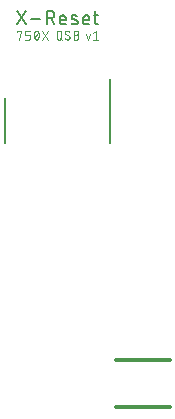
<source format=gbr>
G04 EAGLE Gerber RS-274X export*
G75*
%MOMM*%
%FSLAX34Y34*%
%LPD*%
%INSilkscreen Top*%
%IPPOS*%
%AMOC8*
5,1,8,0,0,1.08239X$1,22.5*%
G01*
%ADD10C,0.127000*%
%ADD11C,0.076200*%
%ADD12C,0.304800*%


D10*
X45381Y639285D02*
X53001Y650715D01*
X45381Y650715D02*
X53001Y639285D01*
X57573Y643730D02*
X65193Y643730D01*
X70864Y639285D02*
X70864Y650715D01*
X74039Y650715D01*
X74150Y650713D01*
X74260Y650707D01*
X74371Y650698D01*
X74481Y650684D01*
X74590Y650667D01*
X74699Y650646D01*
X74807Y650621D01*
X74914Y650592D01*
X75020Y650560D01*
X75125Y650524D01*
X75228Y650484D01*
X75330Y650441D01*
X75431Y650394D01*
X75530Y650343D01*
X75627Y650290D01*
X75721Y650233D01*
X75814Y650172D01*
X75905Y650109D01*
X75994Y650042D01*
X76080Y649972D01*
X76163Y649899D01*
X76245Y649824D01*
X76323Y649746D01*
X76398Y649664D01*
X76471Y649581D01*
X76541Y649495D01*
X76608Y649406D01*
X76671Y649315D01*
X76732Y649222D01*
X76789Y649127D01*
X76842Y649031D01*
X76893Y648932D01*
X76940Y648831D01*
X76983Y648729D01*
X77023Y648626D01*
X77059Y648521D01*
X77091Y648415D01*
X77120Y648308D01*
X77145Y648200D01*
X77166Y648091D01*
X77183Y647982D01*
X77197Y647872D01*
X77206Y647761D01*
X77212Y647651D01*
X77214Y647540D01*
X77212Y647429D01*
X77206Y647319D01*
X77197Y647208D01*
X77183Y647098D01*
X77166Y646989D01*
X77145Y646880D01*
X77120Y646772D01*
X77091Y646665D01*
X77059Y646559D01*
X77023Y646454D01*
X76983Y646351D01*
X76940Y646249D01*
X76893Y646148D01*
X76842Y646049D01*
X76789Y645953D01*
X76732Y645858D01*
X76671Y645765D01*
X76608Y645674D01*
X76541Y645585D01*
X76471Y645499D01*
X76398Y645416D01*
X76323Y645334D01*
X76245Y645256D01*
X76163Y645181D01*
X76080Y645108D01*
X75994Y645038D01*
X75905Y644971D01*
X75814Y644908D01*
X75721Y644847D01*
X75626Y644790D01*
X75530Y644737D01*
X75431Y644686D01*
X75330Y644639D01*
X75228Y644596D01*
X75125Y644556D01*
X75020Y644520D01*
X74914Y644488D01*
X74807Y644459D01*
X74699Y644434D01*
X74590Y644413D01*
X74481Y644396D01*
X74371Y644382D01*
X74260Y644373D01*
X74150Y644367D01*
X74039Y644365D01*
X70864Y644365D01*
X74674Y644365D02*
X77214Y639285D01*
X83989Y639285D02*
X87164Y639285D01*
X83989Y639285D02*
X83904Y639287D01*
X83818Y639293D01*
X83733Y639302D01*
X83649Y639316D01*
X83565Y639333D01*
X83482Y639354D01*
X83400Y639378D01*
X83320Y639406D01*
X83240Y639438D01*
X83162Y639474D01*
X83086Y639512D01*
X83012Y639555D01*
X82940Y639600D01*
X82869Y639649D01*
X82801Y639701D01*
X82736Y639755D01*
X82673Y639813D01*
X82612Y639874D01*
X82554Y639937D01*
X82500Y640002D01*
X82448Y640070D01*
X82399Y640141D01*
X82354Y640213D01*
X82311Y640287D01*
X82273Y640363D01*
X82237Y640441D01*
X82205Y640521D01*
X82177Y640601D01*
X82153Y640683D01*
X82132Y640766D01*
X82115Y640850D01*
X82101Y640934D01*
X82092Y641019D01*
X82086Y641105D01*
X82084Y641190D01*
X82084Y644365D01*
X82086Y644465D01*
X82092Y644564D01*
X82102Y644664D01*
X82115Y644762D01*
X82133Y644861D01*
X82154Y644958D01*
X82179Y645054D01*
X82208Y645150D01*
X82241Y645244D01*
X82277Y645337D01*
X82317Y645428D01*
X82361Y645518D01*
X82408Y645606D01*
X82458Y645692D01*
X82512Y645776D01*
X82569Y645858D01*
X82629Y645937D01*
X82693Y646015D01*
X82759Y646089D01*
X82828Y646161D01*
X82900Y646230D01*
X82974Y646296D01*
X83052Y646360D01*
X83131Y646420D01*
X83213Y646477D01*
X83297Y646531D01*
X83383Y646581D01*
X83471Y646628D01*
X83561Y646672D01*
X83652Y646712D01*
X83745Y646748D01*
X83839Y646781D01*
X83935Y646810D01*
X84031Y646835D01*
X84128Y646856D01*
X84227Y646874D01*
X84325Y646887D01*
X84425Y646897D01*
X84524Y646903D01*
X84624Y646905D01*
X84724Y646903D01*
X84823Y646897D01*
X84923Y646887D01*
X85021Y646874D01*
X85120Y646856D01*
X85217Y646835D01*
X85313Y646810D01*
X85409Y646781D01*
X85503Y646748D01*
X85596Y646712D01*
X85687Y646672D01*
X85777Y646628D01*
X85865Y646581D01*
X85951Y646531D01*
X86035Y646477D01*
X86117Y646420D01*
X86196Y646360D01*
X86274Y646296D01*
X86348Y646230D01*
X86420Y646161D01*
X86489Y646089D01*
X86555Y646015D01*
X86619Y645937D01*
X86679Y645858D01*
X86736Y645776D01*
X86790Y645692D01*
X86840Y645606D01*
X86887Y645518D01*
X86931Y645428D01*
X86971Y645337D01*
X87007Y645244D01*
X87040Y645150D01*
X87069Y645054D01*
X87094Y644958D01*
X87115Y644861D01*
X87133Y644762D01*
X87146Y644664D01*
X87156Y644564D01*
X87162Y644465D01*
X87164Y644365D01*
X87164Y643095D01*
X82084Y643095D01*
X92942Y643730D02*
X96117Y642460D01*
X92943Y643731D02*
X92869Y643762D01*
X92797Y643797D01*
X92727Y643836D01*
X92658Y643878D01*
X92592Y643923D01*
X92528Y643972D01*
X92467Y644023D01*
X92408Y644077D01*
X92352Y644135D01*
X92299Y644194D01*
X92248Y644257D01*
X92201Y644321D01*
X92157Y644388D01*
X92116Y644457D01*
X92079Y644528D01*
X92045Y644601D01*
X92015Y644675D01*
X91988Y644751D01*
X91966Y644828D01*
X91946Y644905D01*
X91931Y644984D01*
X91920Y645063D01*
X91912Y645143D01*
X91908Y645223D01*
X91909Y645303D01*
X91913Y645383D01*
X91921Y645463D01*
X91933Y645542D01*
X91948Y645621D01*
X91968Y645699D01*
X91991Y645775D01*
X92018Y645851D01*
X92049Y645925D01*
X92083Y645997D01*
X92121Y646068D01*
X92162Y646137D01*
X92206Y646204D01*
X92254Y646268D01*
X92304Y646330D01*
X92358Y646390D01*
X92414Y646447D01*
X92474Y646501D01*
X92535Y646552D01*
X92599Y646600D01*
X92666Y646645D01*
X92734Y646686D01*
X92805Y646725D01*
X92877Y646759D01*
X92951Y646790D01*
X93026Y646818D01*
X93103Y646842D01*
X93180Y646862D01*
X93259Y646878D01*
X93338Y646891D01*
X93417Y646899D01*
X93497Y646904D01*
X93578Y646905D01*
X93577Y646904D02*
X93750Y646900D01*
X93924Y646891D01*
X94096Y646878D01*
X94269Y646861D01*
X94441Y646840D01*
X94613Y646815D01*
X94783Y646785D01*
X94954Y646752D01*
X95123Y646714D01*
X95291Y646672D01*
X95458Y646627D01*
X95624Y646577D01*
X95789Y646523D01*
X95953Y646466D01*
X96115Y646404D01*
X96275Y646339D01*
X96434Y646269D01*
X96117Y642459D02*
X96191Y642428D01*
X96263Y642393D01*
X96333Y642354D01*
X96402Y642312D01*
X96468Y642267D01*
X96532Y642218D01*
X96593Y642167D01*
X96652Y642113D01*
X96708Y642055D01*
X96761Y641996D01*
X96812Y641933D01*
X96859Y641869D01*
X96903Y641802D01*
X96944Y641733D01*
X96981Y641662D01*
X97015Y641589D01*
X97045Y641515D01*
X97072Y641439D01*
X97094Y641362D01*
X97114Y641285D01*
X97129Y641206D01*
X97140Y641127D01*
X97148Y641047D01*
X97152Y640967D01*
X97151Y640887D01*
X97147Y640807D01*
X97139Y640727D01*
X97127Y640648D01*
X97112Y640569D01*
X97092Y640491D01*
X97069Y640415D01*
X97042Y640339D01*
X97011Y640265D01*
X96977Y640193D01*
X96939Y640122D01*
X96898Y640053D01*
X96854Y639986D01*
X96806Y639922D01*
X96756Y639860D01*
X96702Y639800D01*
X96646Y639743D01*
X96586Y639689D01*
X96525Y639638D01*
X96461Y639590D01*
X96394Y639545D01*
X96326Y639504D01*
X96255Y639465D01*
X96183Y639431D01*
X96109Y639400D01*
X96034Y639372D01*
X95957Y639348D01*
X95880Y639328D01*
X95801Y639312D01*
X95722Y639299D01*
X95643Y639291D01*
X95563Y639286D01*
X95482Y639285D01*
X95482Y639284D02*
X95227Y639291D01*
X94973Y639303D01*
X94719Y639322D01*
X94465Y639347D01*
X94213Y639377D01*
X93961Y639414D01*
X93709Y639457D01*
X93459Y639505D01*
X93211Y639560D01*
X92963Y639620D01*
X92717Y639686D01*
X92473Y639758D01*
X92230Y639836D01*
X91989Y639919D01*
X103801Y639285D02*
X106976Y639285D01*
X103801Y639285D02*
X103716Y639287D01*
X103630Y639293D01*
X103545Y639302D01*
X103461Y639316D01*
X103377Y639333D01*
X103294Y639354D01*
X103212Y639378D01*
X103132Y639406D01*
X103052Y639438D01*
X102974Y639474D01*
X102898Y639512D01*
X102824Y639555D01*
X102752Y639600D01*
X102681Y639649D01*
X102613Y639701D01*
X102548Y639755D01*
X102485Y639813D01*
X102424Y639874D01*
X102366Y639937D01*
X102312Y640002D01*
X102260Y640070D01*
X102211Y640141D01*
X102166Y640213D01*
X102123Y640287D01*
X102085Y640363D01*
X102049Y640441D01*
X102017Y640521D01*
X101989Y640601D01*
X101965Y640683D01*
X101944Y640766D01*
X101927Y640850D01*
X101913Y640934D01*
X101904Y641019D01*
X101898Y641105D01*
X101896Y641190D01*
X101896Y644365D01*
X101898Y644465D01*
X101904Y644564D01*
X101914Y644664D01*
X101927Y644762D01*
X101945Y644861D01*
X101966Y644958D01*
X101991Y645054D01*
X102020Y645150D01*
X102053Y645244D01*
X102089Y645337D01*
X102129Y645428D01*
X102173Y645518D01*
X102220Y645606D01*
X102270Y645692D01*
X102324Y645776D01*
X102381Y645858D01*
X102441Y645937D01*
X102505Y646015D01*
X102571Y646089D01*
X102640Y646161D01*
X102712Y646230D01*
X102786Y646296D01*
X102864Y646360D01*
X102943Y646420D01*
X103025Y646477D01*
X103109Y646531D01*
X103195Y646581D01*
X103283Y646628D01*
X103373Y646672D01*
X103464Y646712D01*
X103557Y646748D01*
X103651Y646781D01*
X103747Y646810D01*
X103843Y646835D01*
X103940Y646856D01*
X104039Y646874D01*
X104137Y646887D01*
X104237Y646897D01*
X104336Y646903D01*
X104436Y646905D01*
X104536Y646903D01*
X104635Y646897D01*
X104735Y646887D01*
X104833Y646874D01*
X104932Y646856D01*
X105029Y646835D01*
X105125Y646810D01*
X105221Y646781D01*
X105315Y646748D01*
X105408Y646712D01*
X105499Y646672D01*
X105589Y646628D01*
X105677Y646581D01*
X105763Y646531D01*
X105847Y646477D01*
X105929Y646420D01*
X106008Y646360D01*
X106086Y646296D01*
X106160Y646230D01*
X106232Y646161D01*
X106301Y646089D01*
X106367Y646015D01*
X106431Y645937D01*
X106491Y645858D01*
X106548Y645776D01*
X106602Y645692D01*
X106652Y645606D01*
X106699Y645518D01*
X106743Y645428D01*
X106783Y645337D01*
X106819Y645244D01*
X106852Y645150D01*
X106881Y645054D01*
X106906Y644958D01*
X106927Y644861D01*
X106945Y644762D01*
X106958Y644664D01*
X106968Y644564D01*
X106974Y644465D01*
X106976Y644365D01*
X106976Y643095D01*
X101896Y643095D01*
X110809Y646905D02*
X114619Y646905D01*
X112079Y650715D02*
X112079Y641190D01*
X112081Y641105D01*
X112087Y641019D01*
X112096Y640934D01*
X112110Y640850D01*
X112127Y640766D01*
X112148Y640683D01*
X112172Y640601D01*
X112200Y640521D01*
X112232Y640441D01*
X112268Y640363D01*
X112306Y640287D01*
X112349Y640213D01*
X112394Y640141D01*
X112443Y640070D01*
X112495Y640002D01*
X112549Y639937D01*
X112607Y639874D01*
X112668Y639813D01*
X112731Y639755D01*
X112796Y639701D01*
X112864Y639649D01*
X112935Y639600D01*
X113007Y639555D01*
X113081Y639512D01*
X113157Y639474D01*
X113235Y639438D01*
X113315Y639406D01*
X113395Y639378D01*
X113477Y639354D01*
X113560Y639333D01*
X113644Y639316D01*
X113728Y639302D01*
X113813Y639293D01*
X113899Y639287D01*
X113984Y639285D01*
X114619Y639285D01*
D11*
X45339Y633719D02*
X45339Y632893D01*
X45339Y633719D02*
X49471Y633719D01*
X47405Y626281D01*
X52719Y626281D02*
X55198Y626281D01*
X55279Y626283D01*
X55360Y626289D01*
X55441Y626299D01*
X55520Y626313D01*
X55600Y626331D01*
X55678Y626352D01*
X55755Y626378D01*
X55831Y626407D01*
X55905Y626440D01*
X55977Y626476D01*
X56048Y626516D01*
X56116Y626560D01*
X56183Y626606D01*
X56247Y626656D01*
X56308Y626709D01*
X56367Y626765D01*
X56423Y626824D01*
X56476Y626885D01*
X56526Y626949D01*
X56572Y627016D01*
X56616Y627084D01*
X56656Y627155D01*
X56692Y627227D01*
X56725Y627301D01*
X56754Y627377D01*
X56780Y627454D01*
X56801Y627532D01*
X56819Y627611D01*
X56833Y627691D01*
X56843Y627772D01*
X56849Y627853D01*
X56851Y627934D01*
X56851Y628760D01*
X56849Y628839D01*
X56844Y628917D01*
X56834Y628995D01*
X56821Y629073D01*
X56804Y629150D01*
X56784Y629226D01*
X56760Y629301D01*
X56733Y629374D01*
X56702Y629447D01*
X56667Y629517D01*
X56630Y629587D01*
X56589Y629654D01*
X56544Y629719D01*
X56497Y629782D01*
X56447Y629842D01*
X56394Y629901D01*
X56339Y629956D01*
X56280Y630009D01*
X56220Y630059D01*
X56157Y630106D01*
X56092Y630151D01*
X56025Y630192D01*
X55955Y630229D01*
X55885Y630264D01*
X55812Y630295D01*
X55739Y630322D01*
X55664Y630346D01*
X55588Y630366D01*
X55511Y630383D01*
X55433Y630396D01*
X55355Y630406D01*
X55277Y630411D01*
X55198Y630413D01*
X52719Y630413D01*
X52719Y633719D01*
X56851Y633719D01*
X60719Y632686D02*
X60653Y632546D01*
X60591Y632405D01*
X60532Y632262D01*
X60477Y632118D01*
X60425Y631972D01*
X60377Y631826D01*
X60333Y631677D01*
X60293Y631528D01*
X60256Y631378D01*
X60223Y631227D01*
X60194Y631076D01*
X60169Y630923D01*
X60148Y630770D01*
X60130Y630617D01*
X60117Y630463D01*
X60107Y630309D01*
X60101Y630154D01*
X60099Y630000D01*
X60719Y632686D02*
X60745Y632757D01*
X60775Y632827D01*
X60808Y632895D01*
X60845Y632961D01*
X60885Y633026D01*
X60928Y633088D01*
X60974Y633149D01*
X61023Y633207D01*
X61075Y633262D01*
X61129Y633315D01*
X61186Y633365D01*
X61246Y633412D01*
X61307Y633456D01*
X61371Y633497D01*
X61437Y633535D01*
X61505Y633569D01*
X61574Y633600D01*
X61645Y633628D01*
X61716Y633652D01*
X61790Y633672D01*
X61864Y633689D01*
X61938Y633702D01*
X62014Y633711D01*
X62089Y633717D01*
X62165Y633719D01*
X62241Y633717D01*
X62316Y633711D01*
X62392Y633702D01*
X62466Y633689D01*
X62540Y633672D01*
X62614Y633652D01*
X62685Y633628D01*
X62756Y633600D01*
X62825Y633569D01*
X62893Y633535D01*
X62959Y633497D01*
X63023Y633456D01*
X63084Y633412D01*
X63144Y633365D01*
X63201Y633315D01*
X63255Y633262D01*
X63307Y633207D01*
X63356Y633149D01*
X63402Y633088D01*
X63445Y633026D01*
X63485Y632961D01*
X63522Y632895D01*
X63555Y632827D01*
X63585Y632757D01*
X63611Y632686D01*
X63677Y632546D01*
X63740Y632405D01*
X63798Y632262D01*
X63853Y632118D01*
X63905Y631972D01*
X63953Y631825D01*
X63997Y631677D01*
X64037Y631528D01*
X64074Y631378D01*
X64107Y631227D01*
X64136Y631076D01*
X64161Y630923D01*
X64182Y630770D01*
X64200Y630617D01*
X64213Y630463D01*
X64223Y630309D01*
X64229Y630154D01*
X64231Y630000D01*
X60099Y630000D02*
X60101Y629846D01*
X60107Y629691D01*
X60117Y629537D01*
X60130Y629383D01*
X60148Y629230D01*
X60169Y629077D01*
X60194Y628924D01*
X60223Y628773D01*
X60256Y628622D01*
X60293Y628472D01*
X60333Y628323D01*
X60377Y628175D01*
X60425Y628028D01*
X60477Y627882D01*
X60532Y627738D01*
X60591Y627595D01*
X60653Y627454D01*
X60719Y627314D01*
X60745Y627243D01*
X60775Y627173D01*
X60808Y627105D01*
X60845Y627039D01*
X60885Y626974D01*
X60928Y626912D01*
X60974Y626851D01*
X61023Y626793D01*
X61075Y626738D01*
X61129Y626685D01*
X61186Y626635D01*
X61246Y626588D01*
X61307Y626544D01*
X61371Y626503D01*
X61437Y626465D01*
X61505Y626431D01*
X61574Y626400D01*
X61645Y626372D01*
X61716Y626348D01*
X61790Y626328D01*
X61864Y626311D01*
X61938Y626298D01*
X62014Y626289D01*
X62089Y626283D01*
X62165Y626281D01*
X63612Y627314D02*
X63678Y627454D01*
X63740Y627595D01*
X63799Y627738D01*
X63854Y627882D01*
X63906Y628028D01*
X63954Y628174D01*
X63998Y628322D01*
X64038Y628472D01*
X64075Y628622D01*
X64108Y628773D01*
X64137Y628924D01*
X64162Y629077D01*
X64183Y629230D01*
X64201Y629383D01*
X64214Y629537D01*
X64224Y629691D01*
X64230Y629846D01*
X64232Y630000D01*
X63611Y627314D02*
X63585Y627243D01*
X63555Y627173D01*
X63522Y627105D01*
X63485Y627039D01*
X63445Y626974D01*
X63402Y626912D01*
X63356Y626851D01*
X63307Y626793D01*
X63255Y626738D01*
X63201Y626685D01*
X63144Y626635D01*
X63084Y626588D01*
X63023Y626544D01*
X62959Y626503D01*
X62893Y626465D01*
X62825Y626431D01*
X62756Y626400D01*
X62685Y626372D01*
X62614Y626348D01*
X62540Y626328D01*
X62466Y626311D01*
X62392Y626298D01*
X62316Y626289D01*
X62241Y626283D01*
X62165Y626281D01*
X60512Y627934D02*
X63818Y632066D01*
X67066Y626281D02*
X72024Y633719D01*
X67066Y633719D02*
X72024Y626281D01*
X79260Y628347D02*
X79260Y631653D01*
X79262Y631743D01*
X79268Y631833D01*
X79278Y631923D01*
X79291Y632012D01*
X79309Y632100D01*
X79330Y632188D01*
X79356Y632274D01*
X79385Y632360D01*
X79417Y632444D01*
X79454Y632526D01*
X79493Y632607D01*
X79537Y632686D01*
X79584Y632763D01*
X79634Y632838D01*
X79687Y632911D01*
X79743Y632981D01*
X79803Y633049D01*
X79865Y633114D01*
X79930Y633176D01*
X79998Y633236D01*
X80068Y633292D01*
X80141Y633345D01*
X80216Y633395D01*
X80293Y633442D01*
X80372Y633486D01*
X80453Y633525D01*
X80535Y633562D01*
X80619Y633594D01*
X80705Y633623D01*
X80791Y633649D01*
X80879Y633670D01*
X80967Y633688D01*
X81056Y633701D01*
X81146Y633711D01*
X81236Y633717D01*
X81326Y633719D01*
X81416Y633717D01*
X81506Y633711D01*
X81596Y633701D01*
X81685Y633688D01*
X81773Y633670D01*
X81861Y633649D01*
X81947Y633623D01*
X82033Y633594D01*
X82117Y633562D01*
X82199Y633525D01*
X82280Y633486D01*
X82359Y633442D01*
X82436Y633395D01*
X82511Y633345D01*
X82584Y633292D01*
X82654Y633236D01*
X82722Y633176D01*
X82787Y633114D01*
X82849Y633049D01*
X82909Y632981D01*
X82965Y632911D01*
X83018Y632838D01*
X83068Y632763D01*
X83115Y632686D01*
X83159Y632607D01*
X83198Y632526D01*
X83235Y632444D01*
X83267Y632360D01*
X83296Y632274D01*
X83322Y632188D01*
X83343Y632100D01*
X83361Y632012D01*
X83374Y631923D01*
X83384Y631833D01*
X83390Y631743D01*
X83392Y631653D01*
X83393Y631653D02*
X83393Y628347D01*
X83392Y628347D02*
X83390Y628257D01*
X83384Y628167D01*
X83374Y628077D01*
X83361Y627988D01*
X83343Y627900D01*
X83322Y627812D01*
X83296Y627726D01*
X83267Y627640D01*
X83235Y627556D01*
X83198Y627474D01*
X83159Y627393D01*
X83115Y627314D01*
X83068Y627237D01*
X83018Y627162D01*
X82965Y627089D01*
X82909Y627019D01*
X82849Y626951D01*
X82787Y626886D01*
X82722Y626824D01*
X82654Y626764D01*
X82584Y626708D01*
X82511Y626655D01*
X82436Y626605D01*
X82359Y626558D01*
X82280Y626514D01*
X82199Y626475D01*
X82117Y626438D01*
X82033Y626406D01*
X81947Y626377D01*
X81861Y626351D01*
X81773Y626330D01*
X81685Y626312D01*
X81596Y626299D01*
X81506Y626289D01*
X81416Y626283D01*
X81326Y626281D01*
X81236Y626283D01*
X81146Y626289D01*
X81056Y626299D01*
X80967Y626312D01*
X80879Y626330D01*
X80791Y626351D01*
X80705Y626377D01*
X80619Y626406D01*
X80535Y626438D01*
X80453Y626475D01*
X80372Y626514D01*
X80293Y626558D01*
X80216Y626605D01*
X80141Y626655D01*
X80068Y626708D01*
X79998Y626764D01*
X79930Y626824D01*
X79865Y626886D01*
X79803Y626951D01*
X79743Y627019D01*
X79687Y627089D01*
X79634Y627162D01*
X79584Y627237D01*
X79537Y627314D01*
X79493Y627393D01*
X79454Y627474D01*
X79417Y627556D01*
X79385Y627640D01*
X79356Y627726D01*
X79330Y627812D01*
X79309Y627900D01*
X79291Y627988D01*
X79278Y628077D01*
X79268Y628167D01*
X79262Y628257D01*
X79260Y628347D01*
X82566Y627934D02*
X84219Y626281D01*
X88654Y626281D02*
X88733Y626283D01*
X88811Y626288D01*
X88889Y626298D01*
X88967Y626311D01*
X89044Y626328D01*
X89120Y626348D01*
X89195Y626372D01*
X89268Y626399D01*
X89341Y626430D01*
X89411Y626465D01*
X89481Y626502D01*
X89548Y626543D01*
X89613Y626588D01*
X89676Y626635D01*
X89736Y626685D01*
X89795Y626738D01*
X89850Y626793D01*
X89903Y626852D01*
X89953Y626912D01*
X90000Y626975D01*
X90045Y627040D01*
X90086Y627108D01*
X90123Y627177D01*
X90158Y627247D01*
X90189Y627320D01*
X90216Y627393D01*
X90240Y627468D01*
X90260Y627544D01*
X90277Y627621D01*
X90290Y627699D01*
X90300Y627777D01*
X90305Y627855D01*
X90307Y627934D01*
X88654Y626281D02*
X88539Y626283D01*
X88424Y626289D01*
X88310Y626298D01*
X88196Y626311D01*
X88082Y626328D01*
X87969Y626349D01*
X87857Y626373D01*
X87746Y626401D01*
X87635Y626433D01*
X87526Y626468D01*
X87418Y626507D01*
X87311Y626550D01*
X87206Y626596D01*
X87102Y626645D01*
X87000Y626698D01*
X86900Y626754D01*
X86801Y626813D01*
X86705Y626876D01*
X86611Y626941D01*
X86519Y627010D01*
X86429Y627082D01*
X86342Y627156D01*
X86257Y627234D01*
X86174Y627314D01*
X86381Y632066D02*
X86383Y632145D01*
X86388Y632223D01*
X86398Y632301D01*
X86411Y632379D01*
X86428Y632456D01*
X86448Y632532D01*
X86472Y632607D01*
X86499Y632680D01*
X86530Y632753D01*
X86565Y632823D01*
X86602Y632893D01*
X86643Y632960D01*
X86688Y633025D01*
X86735Y633088D01*
X86785Y633148D01*
X86838Y633207D01*
X86893Y633262D01*
X86952Y633315D01*
X87012Y633365D01*
X87075Y633413D01*
X87140Y633457D01*
X87208Y633498D01*
X87277Y633535D01*
X87347Y633570D01*
X87420Y633601D01*
X87493Y633628D01*
X87568Y633652D01*
X87644Y633672D01*
X87721Y633689D01*
X87799Y633702D01*
X87877Y633712D01*
X87955Y633717D01*
X88034Y633719D01*
X88145Y633717D01*
X88255Y633711D01*
X88366Y633701D01*
X88476Y633687D01*
X88585Y633670D01*
X88694Y633648D01*
X88801Y633622D01*
X88908Y633593D01*
X89014Y633560D01*
X89118Y633523D01*
X89222Y633482D01*
X89323Y633438D01*
X89423Y633390D01*
X89521Y633339D01*
X89617Y633284D01*
X89712Y633226D01*
X89804Y633164D01*
X89893Y633099D01*
X87208Y630619D02*
X87140Y630661D01*
X87075Y630706D01*
X87012Y630754D01*
X86951Y630805D01*
X86893Y630859D01*
X86837Y630915D01*
X86784Y630974D01*
X86734Y631036D01*
X86687Y631099D01*
X86643Y631165D01*
X86602Y631233D01*
X86565Y631303D01*
X86530Y631374D01*
X86499Y631447D01*
X86472Y631521D01*
X86448Y631597D01*
X86428Y631673D01*
X86411Y631751D01*
X86398Y631829D01*
X86388Y631908D01*
X86383Y631987D01*
X86381Y632066D01*
X89480Y629381D02*
X89548Y629339D01*
X89613Y629294D01*
X89676Y629246D01*
X89737Y629195D01*
X89795Y629141D01*
X89851Y629085D01*
X89904Y629026D01*
X89954Y628964D01*
X90001Y628901D01*
X90045Y628835D01*
X90086Y628767D01*
X90123Y628697D01*
X90158Y628626D01*
X90189Y628553D01*
X90216Y628479D01*
X90240Y628403D01*
X90260Y628327D01*
X90277Y628249D01*
X90290Y628171D01*
X90300Y628092D01*
X90305Y628013D01*
X90307Y627934D01*
X89481Y629380D02*
X87208Y630620D01*
X93673Y630413D02*
X95739Y630413D01*
X95829Y630411D01*
X95919Y630405D01*
X96009Y630395D01*
X96098Y630382D01*
X96186Y630364D01*
X96274Y630343D01*
X96360Y630317D01*
X96446Y630288D01*
X96530Y630256D01*
X96612Y630219D01*
X96693Y630180D01*
X96772Y630136D01*
X96849Y630089D01*
X96924Y630039D01*
X96997Y629986D01*
X97067Y629930D01*
X97135Y629870D01*
X97200Y629808D01*
X97262Y629743D01*
X97322Y629675D01*
X97378Y629605D01*
X97431Y629532D01*
X97481Y629457D01*
X97528Y629380D01*
X97572Y629301D01*
X97611Y629220D01*
X97648Y629138D01*
X97680Y629054D01*
X97709Y628968D01*
X97735Y628882D01*
X97756Y628794D01*
X97774Y628706D01*
X97787Y628617D01*
X97797Y628527D01*
X97803Y628437D01*
X97805Y628347D01*
X97803Y628257D01*
X97797Y628167D01*
X97787Y628077D01*
X97774Y627988D01*
X97756Y627900D01*
X97735Y627812D01*
X97709Y627726D01*
X97680Y627640D01*
X97648Y627556D01*
X97611Y627474D01*
X97572Y627393D01*
X97528Y627314D01*
X97481Y627237D01*
X97431Y627162D01*
X97378Y627089D01*
X97322Y627019D01*
X97262Y626951D01*
X97200Y626886D01*
X97135Y626824D01*
X97067Y626764D01*
X96997Y626708D01*
X96924Y626655D01*
X96849Y626605D01*
X96772Y626558D01*
X96693Y626514D01*
X96612Y626475D01*
X96530Y626438D01*
X96446Y626406D01*
X96360Y626377D01*
X96274Y626351D01*
X96186Y626330D01*
X96098Y626312D01*
X96009Y626299D01*
X95919Y626289D01*
X95829Y626283D01*
X95739Y626281D01*
X93673Y626281D01*
X93673Y633719D01*
X95739Y633719D01*
X95819Y633717D01*
X95899Y633711D01*
X95978Y633702D01*
X96057Y633688D01*
X96135Y633671D01*
X96212Y633650D01*
X96288Y633625D01*
X96362Y633597D01*
X96436Y633565D01*
X96507Y633530D01*
X96577Y633491D01*
X96645Y633449D01*
X96711Y633403D01*
X96774Y633355D01*
X96835Y633303D01*
X96894Y633249D01*
X96949Y633192D01*
X97002Y633132D01*
X97052Y633070D01*
X97099Y633005D01*
X97143Y632938D01*
X97184Y632869D01*
X97221Y632799D01*
X97254Y632726D01*
X97285Y632652D01*
X97311Y632577D01*
X97334Y632500D01*
X97353Y632423D01*
X97368Y632344D01*
X97380Y632265D01*
X97388Y632186D01*
X97392Y632106D01*
X97392Y632026D01*
X97388Y631946D01*
X97380Y631867D01*
X97368Y631788D01*
X97353Y631709D01*
X97334Y631632D01*
X97311Y631555D01*
X97285Y631480D01*
X97254Y631406D01*
X97221Y631333D01*
X97184Y631263D01*
X97143Y631194D01*
X97099Y631127D01*
X97052Y631062D01*
X97002Y631000D01*
X96949Y630940D01*
X96894Y630883D01*
X96835Y630829D01*
X96774Y630777D01*
X96711Y630729D01*
X96645Y630683D01*
X96577Y630641D01*
X96507Y630602D01*
X96436Y630567D01*
X96362Y630535D01*
X96288Y630507D01*
X96212Y630482D01*
X96135Y630461D01*
X96057Y630444D01*
X95978Y630430D01*
X95899Y630421D01*
X95819Y630415D01*
X95739Y630413D01*
X104300Y631240D02*
X105953Y626281D01*
X107606Y631240D01*
X110529Y632066D02*
X112595Y633719D01*
X112595Y626281D01*
X110529Y626281D02*
X114661Y626281D01*
D12*
X130000Y355000D02*
X175000Y355000D01*
X175000Y315000D02*
X130000Y315000D01*
D10*
X124450Y538450D02*
X124450Y593060D01*
X35550Y576550D02*
X35550Y538450D01*
M02*

</source>
